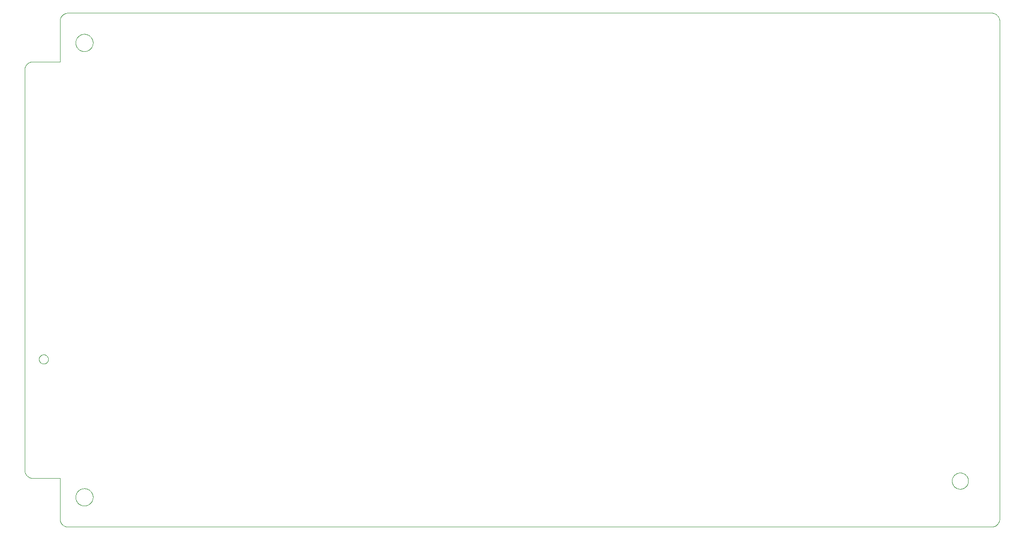
<source format=gko>
G75*
%MOIN*%
%OFA0B0*%
%FSLAX25Y25*%
%IPPOS*%
%LPD*%
%AMOC8*
5,1,8,0,0,1.08239X$1,22.5*
%
%ADD10C,0.00394*%
%ADD11C,0.00000*%
D10*
X0118310Y0075862D02*
X0789570Y0075862D01*
X0789722Y0075864D01*
X0789874Y0075870D01*
X0790026Y0075880D01*
X0790177Y0075893D01*
X0790328Y0075911D01*
X0790479Y0075932D01*
X0790629Y0075958D01*
X0790778Y0075987D01*
X0790927Y0076020D01*
X0791074Y0076057D01*
X0791221Y0076097D01*
X0791366Y0076142D01*
X0791510Y0076190D01*
X0791653Y0076242D01*
X0791795Y0076297D01*
X0791935Y0076356D01*
X0792074Y0076419D01*
X0792211Y0076485D01*
X0792346Y0076555D01*
X0792479Y0076628D01*
X0792610Y0076705D01*
X0792740Y0076785D01*
X0792867Y0076868D01*
X0792992Y0076954D01*
X0793115Y0077044D01*
X0793235Y0077137D01*
X0793353Y0077233D01*
X0793469Y0077332D01*
X0793582Y0077434D01*
X0793692Y0077538D01*
X0793800Y0077646D01*
X0793904Y0077756D01*
X0794006Y0077869D01*
X0794105Y0077985D01*
X0794201Y0078103D01*
X0794294Y0078223D01*
X0794384Y0078346D01*
X0794470Y0078471D01*
X0794553Y0078598D01*
X0794633Y0078728D01*
X0794710Y0078859D01*
X0794783Y0078992D01*
X0794853Y0079127D01*
X0794919Y0079264D01*
X0794982Y0079403D01*
X0795041Y0079543D01*
X0795096Y0079685D01*
X0795148Y0079828D01*
X0795196Y0079972D01*
X0795241Y0080117D01*
X0795281Y0080264D01*
X0795318Y0080411D01*
X0795351Y0080560D01*
X0795380Y0080709D01*
X0795406Y0080859D01*
X0795427Y0081010D01*
X0795445Y0081161D01*
X0795458Y0081312D01*
X0795468Y0081464D01*
X0795474Y0081616D01*
X0795476Y0081768D01*
X0795475Y0081768D02*
X0795475Y0443972D01*
X0795476Y0443972D02*
X0795474Y0444124D01*
X0795468Y0444276D01*
X0795458Y0444428D01*
X0795445Y0444579D01*
X0795427Y0444730D01*
X0795406Y0444881D01*
X0795380Y0445031D01*
X0795351Y0445180D01*
X0795318Y0445329D01*
X0795281Y0445476D01*
X0795241Y0445623D01*
X0795196Y0445768D01*
X0795148Y0445912D01*
X0795096Y0446055D01*
X0795041Y0446197D01*
X0794982Y0446337D01*
X0794919Y0446476D01*
X0794853Y0446613D01*
X0794783Y0446748D01*
X0794710Y0446881D01*
X0794633Y0447012D01*
X0794553Y0447142D01*
X0794470Y0447269D01*
X0794384Y0447394D01*
X0794294Y0447517D01*
X0794201Y0447637D01*
X0794105Y0447755D01*
X0794006Y0447871D01*
X0793904Y0447984D01*
X0793800Y0448094D01*
X0793692Y0448202D01*
X0793582Y0448306D01*
X0793469Y0448408D01*
X0793353Y0448507D01*
X0793235Y0448603D01*
X0793115Y0448696D01*
X0792992Y0448786D01*
X0792867Y0448872D01*
X0792740Y0448955D01*
X0792610Y0449035D01*
X0792479Y0449112D01*
X0792346Y0449185D01*
X0792211Y0449255D01*
X0792074Y0449321D01*
X0791935Y0449384D01*
X0791795Y0449443D01*
X0791653Y0449498D01*
X0791510Y0449550D01*
X0791366Y0449598D01*
X0791221Y0449643D01*
X0791074Y0449683D01*
X0790927Y0449720D01*
X0790778Y0449753D01*
X0790629Y0449782D01*
X0790479Y0449808D01*
X0790328Y0449829D01*
X0790177Y0449847D01*
X0790026Y0449860D01*
X0789874Y0449870D01*
X0789722Y0449876D01*
X0789570Y0449878D01*
X0118310Y0449878D01*
X0118158Y0449876D01*
X0118006Y0449870D01*
X0117854Y0449860D01*
X0117703Y0449847D01*
X0117552Y0449829D01*
X0117401Y0449808D01*
X0117251Y0449782D01*
X0117102Y0449753D01*
X0116953Y0449720D01*
X0116806Y0449683D01*
X0116659Y0449643D01*
X0116514Y0449598D01*
X0116370Y0449550D01*
X0116227Y0449498D01*
X0116085Y0449443D01*
X0115945Y0449384D01*
X0115806Y0449321D01*
X0115669Y0449255D01*
X0115534Y0449185D01*
X0115401Y0449112D01*
X0115270Y0449035D01*
X0115140Y0448955D01*
X0115013Y0448872D01*
X0114888Y0448786D01*
X0114765Y0448696D01*
X0114645Y0448603D01*
X0114527Y0448507D01*
X0114411Y0448408D01*
X0114298Y0448306D01*
X0114188Y0448202D01*
X0114080Y0448094D01*
X0113976Y0447984D01*
X0113874Y0447871D01*
X0113775Y0447755D01*
X0113679Y0447637D01*
X0113586Y0447517D01*
X0113496Y0447394D01*
X0113410Y0447269D01*
X0113327Y0447142D01*
X0113247Y0447012D01*
X0113170Y0446881D01*
X0113097Y0446748D01*
X0113027Y0446613D01*
X0112961Y0446476D01*
X0112898Y0446337D01*
X0112839Y0446197D01*
X0112784Y0446055D01*
X0112732Y0445912D01*
X0112684Y0445768D01*
X0112639Y0445623D01*
X0112599Y0445476D01*
X0112562Y0445329D01*
X0112529Y0445180D01*
X0112500Y0445031D01*
X0112474Y0444881D01*
X0112453Y0444730D01*
X0112435Y0444579D01*
X0112422Y0444428D01*
X0112412Y0444276D01*
X0112406Y0444124D01*
X0112404Y0443972D01*
X0112404Y0414445D01*
X0092719Y0414445D01*
X0092567Y0414443D01*
X0092415Y0414437D01*
X0092263Y0414427D01*
X0092112Y0414414D01*
X0091961Y0414396D01*
X0091810Y0414375D01*
X0091660Y0414349D01*
X0091511Y0414320D01*
X0091362Y0414287D01*
X0091215Y0414250D01*
X0091068Y0414210D01*
X0090923Y0414165D01*
X0090779Y0414117D01*
X0090636Y0414065D01*
X0090494Y0414010D01*
X0090354Y0413951D01*
X0090215Y0413888D01*
X0090078Y0413822D01*
X0089943Y0413752D01*
X0089810Y0413679D01*
X0089679Y0413602D01*
X0089549Y0413522D01*
X0089422Y0413439D01*
X0089297Y0413353D01*
X0089174Y0413263D01*
X0089054Y0413170D01*
X0088936Y0413074D01*
X0088820Y0412975D01*
X0088707Y0412873D01*
X0088597Y0412769D01*
X0088489Y0412661D01*
X0088385Y0412551D01*
X0088283Y0412438D01*
X0088184Y0412322D01*
X0088088Y0412204D01*
X0087995Y0412084D01*
X0087905Y0411961D01*
X0087819Y0411836D01*
X0087736Y0411709D01*
X0087656Y0411579D01*
X0087579Y0411448D01*
X0087506Y0411315D01*
X0087436Y0411180D01*
X0087370Y0411043D01*
X0087307Y0410904D01*
X0087248Y0410764D01*
X0087193Y0410622D01*
X0087141Y0410479D01*
X0087093Y0410335D01*
X0087048Y0410190D01*
X0087008Y0410043D01*
X0086971Y0409896D01*
X0086938Y0409747D01*
X0086909Y0409598D01*
X0086883Y0409448D01*
X0086862Y0409297D01*
X0086844Y0409146D01*
X0086831Y0408995D01*
X0086821Y0408843D01*
X0086815Y0408691D01*
X0086813Y0408539D01*
X0086814Y0408539D02*
X0086814Y0117201D01*
X0086813Y0117201D02*
X0086815Y0117049D01*
X0086821Y0116897D01*
X0086831Y0116745D01*
X0086844Y0116594D01*
X0086862Y0116443D01*
X0086883Y0116292D01*
X0086909Y0116142D01*
X0086938Y0115993D01*
X0086971Y0115844D01*
X0087008Y0115697D01*
X0087048Y0115550D01*
X0087093Y0115405D01*
X0087141Y0115261D01*
X0087193Y0115118D01*
X0087248Y0114976D01*
X0087307Y0114836D01*
X0087370Y0114697D01*
X0087436Y0114560D01*
X0087506Y0114425D01*
X0087579Y0114292D01*
X0087656Y0114161D01*
X0087736Y0114031D01*
X0087819Y0113904D01*
X0087905Y0113779D01*
X0087995Y0113656D01*
X0088088Y0113536D01*
X0088184Y0113418D01*
X0088283Y0113302D01*
X0088385Y0113189D01*
X0088489Y0113079D01*
X0088597Y0112971D01*
X0088707Y0112867D01*
X0088820Y0112765D01*
X0088936Y0112666D01*
X0089054Y0112570D01*
X0089174Y0112477D01*
X0089297Y0112387D01*
X0089422Y0112301D01*
X0089549Y0112218D01*
X0089679Y0112138D01*
X0089810Y0112061D01*
X0089943Y0111988D01*
X0090078Y0111918D01*
X0090215Y0111852D01*
X0090354Y0111789D01*
X0090494Y0111730D01*
X0090636Y0111675D01*
X0090779Y0111623D01*
X0090923Y0111575D01*
X0091068Y0111530D01*
X0091215Y0111490D01*
X0091362Y0111453D01*
X0091511Y0111420D01*
X0091660Y0111391D01*
X0091810Y0111365D01*
X0091961Y0111344D01*
X0092112Y0111326D01*
X0092263Y0111313D01*
X0092415Y0111303D01*
X0092567Y0111297D01*
X0092719Y0111295D01*
X0112404Y0111295D01*
X0112404Y0081768D01*
X0112406Y0081616D01*
X0112412Y0081464D01*
X0112422Y0081312D01*
X0112435Y0081161D01*
X0112453Y0081010D01*
X0112474Y0080859D01*
X0112500Y0080709D01*
X0112529Y0080560D01*
X0112562Y0080411D01*
X0112599Y0080264D01*
X0112639Y0080117D01*
X0112684Y0079972D01*
X0112732Y0079828D01*
X0112784Y0079685D01*
X0112839Y0079543D01*
X0112898Y0079403D01*
X0112961Y0079264D01*
X0113027Y0079127D01*
X0113097Y0078992D01*
X0113170Y0078859D01*
X0113247Y0078728D01*
X0113327Y0078598D01*
X0113410Y0078471D01*
X0113496Y0078346D01*
X0113586Y0078223D01*
X0113679Y0078103D01*
X0113775Y0077985D01*
X0113874Y0077869D01*
X0113976Y0077756D01*
X0114080Y0077646D01*
X0114188Y0077538D01*
X0114298Y0077434D01*
X0114411Y0077332D01*
X0114527Y0077233D01*
X0114645Y0077137D01*
X0114765Y0077044D01*
X0114888Y0076954D01*
X0115013Y0076868D01*
X0115140Y0076785D01*
X0115270Y0076705D01*
X0115401Y0076628D01*
X0115534Y0076555D01*
X0115669Y0076485D01*
X0115806Y0076419D01*
X0115945Y0076356D01*
X0116085Y0076297D01*
X0116227Y0076242D01*
X0116370Y0076190D01*
X0116514Y0076142D01*
X0116659Y0076097D01*
X0116806Y0076057D01*
X0116953Y0076020D01*
X0117102Y0075987D01*
X0117251Y0075958D01*
X0117401Y0075932D01*
X0117552Y0075911D01*
X0117703Y0075893D01*
X0117854Y0075880D01*
X0118006Y0075870D01*
X0118158Y0075864D01*
X0118310Y0075862D01*
D11*
X0123822Y0097516D02*
X0123824Y0097674D01*
X0123830Y0097832D01*
X0123840Y0097990D01*
X0123854Y0098148D01*
X0123872Y0098305D01*
X0123893Y0098462D01*
X0123919Y0098618D01*
X0123949Y0098774D01*
X0123982Y0098929D01*
X0124020Y0099082D01*
X0124061Y0099235D01*
X0124106Y0099387D01*
X0124155Y0099538D01*
X0124208Y0099687D01*
X0124264Y0099835D01*
X0124324Y0099981D01*
X0124388Y0100126D01*
X0124456Y0100269D01*
X0124527Y0100411D01*
X0124601Y0100551D01*
X0124679Y0100688D01*
X0124761Y0100824D01*
X0124845Y0100958D01*
X0124934Y0101089D01*
X0125025Y0101218D01*
X0125120Y0101345D01*
X0125217Y0101470D01*
X0125318Y0101592D01*
X0125422Y0101711D01*
X0125529Y0101828D01*
X0125639Y0101942D01*
X0125752Y0102053D01*
X0125867Y0102162D01*
X0125985Y0102267D01*
X0126106Y0102369D01*
X0126229Y0102469D01*
X0126355Y0102565D01*
X0126483Y0102658D01*
X0126613Y0102748D01*
X0126746Y0102834D01*
X0126881Y0102918D01*
X0127017Y0102997D01*
X0127156Y0103074D01*
X0127297Y0103146D01*
X0127439Y0103216D01*
X0127583Y0103281D01*
X0127729Y0103343D01*
X0127876Y0103401D01*
X0128025Y0103456D01*
X0128175Y0103507D01*
X0128326Y0103554D01*
X0128478Y0103597D01*
X0128631Y0103636D01*
X0128786Y0103672D01*
X0128941Y0103703D01*
X0129097Y0103731D01*
X0129253Y0103755D01*
X0129410Y0103775D01*
X0129568Y0103791D01*
X0129725Y0103803D01*
X0129884Y0103811D01*
X0130042Y0103815D01*
X0130200Y0103815D01*
X0130358Y0103811D01*
X0130517Y0103803D01*
X0130674Y0103791D01*
X0130832Y0103775D01*
X0130989Y0103755D01*
X0131145Y0103731D01*
X0131301Y0103703D01*
X0131456Y0103672D01*
X0131611Y0103636D01*
X0131764Y0103597D01*
X0131916Y0103554D01*
X0132067Y0103507D01*
X0132217Y0103456D01*
X0132366Y0103401D01*
X0132513Y0103343D01*
X0132659Y0103281D01*
X0132803Y0103216D01*
X0132945Y0103146D01*
X0133086Y0103074D01*
X0133225Y0102997D01*
X0133361Y0102918D01*
X0133496Y0102834D01*
X0133629Y0102748D01*
X0133759Y0102658D01*
X0133887Y0102565D01*
X0134013Y0102469D01*
X0134136Y0102369D01*
X0134257Y0102267D01*
X0134375Y0102162D01*
X0134490Y0102053D01*
X0134603Y0101942D01*
X0134713Y0101828D01*
X0134820Y0101711D01*
X0134924Y0101592D01*
X0135025Y0101470D01*
X0135122Y0101345D01*
X0135217Y0101218D01*
X0135308Y0101089D01*
X0135397Y0100958D01*
X0135481Y0100824D01*
X0135563Y0100688D01*
X0135641Y0100551D01*
X0135715Y0100411D01*
X0135786Y0100269D01*
X0135854Y0100126D01*
X0135918Y0099981D01*
X0135978Y0099835D01*
X0136034Y0099687D01*
X0136087Y0099538D01*
X0136136Y0099387D01*
X0136181Y0099235D01*
X0136222Y0099082D01*
X0136260Y0098929D01*
X0136293Y0098774D01*
X0136323Y0098618D01*
X0136349Y0098462D01*
X0136370Y0098305D01*
X0136388Y0098148D01*
X0136402Y0097990D01*
X0136412Y0097832D01*
X0136418Y0097674D01*
X0136420Y0097516D01*
X0136418Y0097358D01*
X0136412Y0097200D01*
X0136402Y0097042D01*
X0136388Y0096884D01*
X0136370Y0096727D01*
X0136349Y0096570D01*
X0136323Y0096414D01*
X0136293Y0096258D01*
X0136260Y0096103D01*
X0136222Y0095950D01*
X0136181Y0095797D01*
X0136136Y0095645D01*
X0136087Y0095494D01*
X0136034Y0095345D01*
X0135978Y0095197D01*
X0135918Y0095051D01*
X0135854Y0094906D01*
X0135786Y0094763D01*
X0135715Y0094621D01*
X0135641Y0094481D01*
X0135563Y0094344D01*
X0135481Y0094208D01*
X0135397Y0094074D01*
X0135308Y0093943D01*
X0135217Y0093814D01*
X0135122Y0093687D01*
X0135025Y0093562D01*
X0134924Y0093440D01*
X0134820Y0093321D01*
X0134713Y0093204D01*
X0134603Y0093090D01*
X0134490Y0092979D01*
X0134375Y0092870D01*
X0134257Y0092765D01*
X0134136Y0092663D01*
X0134013Y0092563D01*
X0133887Y0092467D01*
X0133759Y0092374D01*
X0133629Y0092284D01*
X0133496Y0092198D01*
X0133361Y0092114D01*
X0133225Y0092035D01*
X0133086Y0091958D01*
X0132945Y0091886D01*
X0132803Y0091816D01*
X0132659Y0091751D01*
X0132513Y0091689D01*
X0132366Y0091631D01*
X0132217Y0091576D01*
X0132067Y0091525D01*
X0131916Y0091478D01*
X0131764Y0091435D01*
X0131611Y0091396D01*
X0131456Y0091360D01*
X0131301Y0091329D01*
X0131145Y0091301D01*
X0130989Y0091277D01*
X0130832Y0091257D01*
X0130674Y0091241D01*
X0130517Y0091229D01*
X0130358Y0091221D01*
X0130200Y0091217D01*
X0130042Y0091217D01*
X0129884Y0091221D01*
X0129725Y0091229D01*
X0129568Y0091241D01*
X0129410Y0091257D01*
X0129253Y0091277D01*
X0129097Y0091301D01*
X0128941Y0091329D01*
X0128786Y0091360D01*
X0128631Y0091396D01*
X0128478Y0091435D01*
X0128326Y0091478D01*
X0128175Y0091525D01*
X0128025Y0091576D01*
X0127876Y0091631D01*
X0127729Y0091689D01*
X0127583Y0091751D01*
X0127439Y0091816D01*
X0127297Y0091886D01*
X0127156Y0091958D01*
X0127017Y0092035D01*
X0126881Y0092114D01*
X0126746Y0092198D01*
X0126613Y0092284D01*
X0126483Y0092374D01*
X0126355Y0092467D01*
X0126229Y0092563D01*
X0126106Y0092663D01*
X0125985Y0092765D01*
X0125867Y0092870D01*
X0125752Y0092979D01*
X0125639Y0093090D01*
X0125529Y0093204D01*
X0125422Y0093321D01*
X0125318Y0093440D01*
X0125217Y0093562D01*
X0125120Y0093687D01*
X0125025Y0093814D01*
X0124934Y0093943D01*
X0124845Y0094074D01*
X0124761Y0094208D01*
X0124679Y0094344D01*
X0124601Y0094481D01*
X0124527Y0094621D01*
X0124456Y0094763D01*
X0124388Y0094906D01*
X0124324Y0095051D01*
X0124264Y0095197D01*
X0124208Y0095345D01*
X0124155Y0095494D01*
X0124106Y0095645D01*
X0124061Y0095797D01*
X0124020Y0095950D01*
X0123982Y0096103D01*
X0123949Y0096258D01*
X0123919Y0096414D01*
X0123893Y0096570D01*
X0123872Y0096727D01*
X0123854Y0096884D01*
X0123840Y0097042D01*
X0123830Y0097200D01*
X0123824Y0097358D01*
X0123822Y0097516D01*
X0097247Y0197909D02*
X0097249Y0198024D01*
X0097255Y0198140D01*
X0097265Y0198255D01*
X0097279Y0198370D01*
X0097297Y0198484D01*
X0097319Y0198597D01*
X0097344Y0198710D01*
X0097374Y0198821D01*
X0097407Y0198932D01*
X0097444Y0199041D01*
X0097485Y0199149D01*
X0097530Y0199256D01*
X0097578Y0199361D01*
X0097630Y0199464D01*
X0097686Y0199565D01*
X0097745Y0199665D01*
X0097807Y0199762D01*
X0097873Y0199857D01*
X0097941Y0199950D01*
X0098013Y0200040D01*
X0098088Y0200128D01*
X0098167Y0200213D01*
X0098248Y0200295D01*
X0098331Y0200375D01*
X0098418Y0200451D01*
X0098507Y0200525D01*
X0098598Y0200595D01*
X0098692Y0200663D01*
X0098788Y0200727D01*
X0098887Y0200787D01*
X0098987Y0200844D01*
X0099089Y0200898D01*
X0099193Y0200948D01*
X0099299Y0200995D01*
X0099406Y0201038D01*
X0099515Y0201077D01*
X0099625Y0201112D01*
X0099736Y0201143D01*
X0099848Y0201171D01*
X0099961Y0201195D01*
X0100075Y0201215D01*
X0100190Y0201231D01*
X0100305Y0201243D01*
X0100420Y0201251D01*
X0100535Y0201255D01*
X0100651Y0201255D01*
X0100766Y0201251D01*
X0100881Y0201243D01*
X0100996Y0201231D01*
X0101111Y0201215D01*
X0101225Y0201195D01*
X0101338Y0201171D01*
X0101450Y0201143D01*
X0101561Y0201112D01*
X0101671Y0201077D01*
X0101780Y0201038D01*
X0101887Y0200995D01*
X0101993Y0200948D01*
X0102097Y0200898D01*
X0102199Y0200844D01*
X0102299Y0200787D01*
X0102398Y0200727D01*
X0102494Y0200663D01*
X0102588Y0200595D01*
X0102679Y0200525D01*
X0102768Y0200451D01*
X0102855Y0200375D01*
X0102938Y0200295D01*
X0103019Y0200213D01*
X0103098Y0200128D01*
X0103173Y0200040D01*
X0103245Y0199950D01*
X0103313Y0199857D01*
X0103379Y0199762D01*
X0103441Y0199665D01*
X0103500Y0199565D01*
X0103556Y0199464D01*
X0103608Y0199361D01*
X0103656Y0199256D01*
X0103701Y0199149D01*
X0103742Y0199041D01*
X0103779Y0198932D01*
X0103812Y0198821D01*
X0103842Y0198710D01*
X0103867Y0198597D01*
X0103889Y0198484D01*
X0103907Y0198370D01*
X0103921Y0198255D01*
X0103931Y0198140D01*
X0103937Y0198024D01*
X0103939Y0197909D01*
X0103937Y0197794D01*
X0103931Y0197678D01*
X0103921Y0197563D01*
X0103907Y0197448D01*
X0103889Y0197334D01*
X0103867Y0197221D01*
X0103842Y0197108D01*
X0103812Y0196997D01*
X0103779Y0196886D01*
X0103742Y0196777D01*
X0103701Y0196669D01*
X0103656Y0196562D01*
X0103608Y0196457D01*
X0103556Y0196354D01*
X0103500Y0196253D01*
X0103441Y0196153D01*
X0103379Y0196056D01*
X0103313Y0195961D01*
X0103245Y0195868D01*
X0103173Y0195778D01*
X0103098Y0195690D01*
X0103019Y0195605D01*
X0102938Y0195523D01*
X0102855Y0195443D01*
X0102768Y0195367D01*
X0102679Y0195293D01*
X0102588Y0195223D01*
X0102494Y0195155D01*
X0102398Y0195091D01*
X0102299Y0195031D01*
X0102199Y0194974D01*
X0102097Y0194920D01*
X0101993Y0194870D01*
X0101887Y0194823D01*
X0101780Y0194780D01*
X0101671Y0194741D01*
X0101561Y0194706D01*
X0101450Y0194675D01*
X0101338Y0194647D01*
X0101225Y0194623D01*
X0101111Y0194603D01*
X0100996Y0194587D01*
X0100881Y0194575D01*
X0100766Y0194567D01*
X0100651Y0194563D01*
X0100535Y0194563D01*
X0100420Y0194567D01*
X0100305Y0194575D01*
X0100190Y0194587D01*
X0100075Y0194603D01*
X0099961Y0194623D01*
X0099848Y0194647D01*
X0099736Y0194675D01*
X0099625Y0194706D01*
X0099515Y0194741D01*
X0099406Y0194780D01*
X0099299Y0194823D01*
X0099193Y0194870D01*
X0099089Y0194920D01*
X0098987Y0194974D01*
X0098887Y0195031D01*
X0098788Y0195091D01*
X0098692Y0195155D01*
X0098598Y0195223D01*
X0098507Y0195293D01*
X0098418Y0195367D01*
X0098331Y0195443D01*
X0098248Y0195523D01*
X0098167Y0195605D01*
X0098088Y0195690D01*
X0098013Y0195778D01*
X0097941Y0195868D01*
X0097873Y0195961D01*
X0097807Y0196056D01*
X0097745Y0196153D01*
X0097686Y0196253D01*
X0097630Y0196354D01*
X0097578Y0196457D01*
X0097530Y0196562D01*
X0097485Y0196669D01*
X0097444Y0196777D01*
X0097407Y0196886D01*
X0097374Y0196997D01*
X0097344Y0197108D01*
X0097319Y0197221D01*
X0097297Y0197334D01*
X0097279Y0197448D01*
X0097265Y0197563D01*
X0097255Y0197678D01*
X0097249Y0197794D01*
X0097247Y0197909D01*
X0123822Y0428224D02*
X0123824Y0428382D01*
X0123830Y0428540D01*
X0123840Y0428698D01*
X0123854Y0428856D01*
X0123872Y0429013D01*
X0123893Y0429170D01*
X0123919Y0429326D01*
X0123949Y0429482D01*
X0123982Y0429637D01*
X0124020Y0429790D01*
X0124061Y0429943D01*
X0124106Y0430095D01*
X0124155Y0430246D01*
X0124208Y0430395D01*
X0124264Y0430543D01*
X0124324Y0430689D01*
X0124388Y0430834D01*
X0124456Y0430977D01*
X0124527Y0431119D01*
X0124601Y0431259D01*
X0124679Y0431396D01*
X0124761Y0431532D01*
X0124845Y0431666D01*
X0124934Y0431797D01*
X0125025Y0431926D01*
X0125120Y0432053D01*
X0125217Y0432178D01*
X0125318Y0432300D01*
X0125422Y0432419D01*
X0125529Y0432536D01*
X0125639Y0432650D01*
X0125752Y0432761D01*
X0125867Y0432870D01*
X0125985Y0432975D01*
X0126106Y0433077D01*
X0126229Y0433177D01*
X0126355Y0433273D01*
X0126483Y0433366D01*
X0126613Y0433456D01*
X0126746Y0433542D01*
X0126881Y0433626D01*
X0127017Y0433705D01*
X0127156Y0433782D01*
X0127297Y0433854D01*
X0127439Y0433924D01*
X0127583Y0433989D01*
X0127729Y0434051D01*
X0127876Y0434109D01*
X0128025Y0434164D01*
X0128175Y0434215D01*
X0128326Y0434262D01*
X0128478Y0434305D01*
X0128631Y0434344D01*
X0128786Y0434380D01*
X0128941Y0434411D01*
X0129097Y0434439D01*
X0129253Y0434463D01*
X0129410Y0434483D01*
X0129568Y0434499D01*
X0129725Y0434511D01*
X0129884Y0434519D01*
X0130042Y0434523D01*
X0130200Y0434523D01*
X0130358Y0434519D01*
X0130517Y0434511D01*
X0130674Y0434499D01*
X0130832Y0434483D01*
X0130989Y0434463D01*
X0131145Y0434439D01*
X0131301Y0434411D01*
X0131456Y0434380D01*
X0131611Y0434344D01*
X0131764Y0434305D01*
X0131916Y0434262D01*
X0132067Y0434215D01*
X0132217Y0434164D01*
X0132366Y0434109D01*
X0132513Y0434051D01*
X0132659Y0433989D01*
X0132803Y0433924D01*
X0132945Y0433854D01*
X0133086Y0433782D01*
X0133225Y0433705D01*
X0133361Y0433626D01*
X0133496Y0433542D01*
X0133629Y0433456D01*
X0133759Y0433366D01*
X0133887Y0433273D01*
X0134013Y0433177D01*
X0134136Y0433077D01*
X0134257Y0432975D01*
X0134375Y0432870D01*
X0134490Y0432761D01*
X0134603Y0432650D01*
X0134713Y0432536D01*
X0134820Y0432419D01*
X0134924Y0432300D01*
X0135025Y0432178D01*
X0135122Y0432053D01*
X0135217Y0431926D01*
X0135308Y0431797D01*
X0135397Y0431666D01*
X0135481Y0431532D01*
X0135563Y0431396D01*
X0135641Y0431259D01*
X0135715Y0431119D01*
X0135786Y0430977D01*
X0135854Y0430834D01*
X0135918Y0430689D01*
X0135978Y0430543D01*
X0136034Y0430395D01*
X0136087Y0430246D01*
X0136136Y0430095D01*
X0136181Y0429943D01*
X0136222Y0429790D01*
X0136260Y0429637D01*
X0136293Y0429482D01*
X0136323Y0429326D01*
X0136349Y0429170D01*
X0136370Y0429013D01*
X0136388Y0428856D01*
X0136402Y0428698D01*
X0136412Y0428540D01*
X0136418Y0428382D01*
X0136420Y0428224D01*
X0136418Y0428066D01*
X0136412Y0427908D01*
X0136402Y0427750D01*
X0136388Y0427592D01*
X0136370Y0427435D01*
X0136349Y0427278D01*
X0136323Y0427122D01*
X0136293Y0426966D01*
X0136260Y0426811D01*
X0136222Y0426658D01*
X0136181Y0426505D01*
X0136136Y0426353D01*
X0136087Y0426202D01*
X0136034Y0426053D01*
X0135978Y0425905D01*
X0135918Y0425759D01*
X0135854Y0425614D01*
X0135786Y0425471D01*
X0135715Y0425329D01*
X0135641Y0425189D01*
X0135563Y0425052D01*
X0135481Y0424916D01*
X0135397Y0424782D01*
X0135308Y0424651D01*
X0135217Y0424522D01*
X0135122Y0424395D01*
X0135025Y0424270D01*
X0134924Y0424148D01*
X0134820Y0424029D01*
X0134713Y0423912D01*
X0134603Y0423798D01*
X0134490Y0423687D01*
X0134375Y0423578D01*
X0134257Y0423473D01*
X0134136Y0423371D01*
X0134013Y0423271D01*
X0133887Y0423175D01*
X0133759Y0423082D01*
X0133629Y0422992D01*
X0133496Y0422906D01*
X0133361Y0422822D01*
X0133225Y0422743D01*
X0133086Y0422666D01*
X0132945Y0422594D01*
X0132803Y0422524D01*
X0132659Y0422459D01*
X0132513Y0422397D01*
X0132366Y0422339D01*
X0132217Y0422284D01*
X0132067Y0422233D01*
X0131916Y0422186D01*
X0131764Y0422143D01*
X0131611Y0422104D01*
X0131456Y0422068D01*
X0131301Y0422037D01*
X0131145Y0422009D01*
X0130989Y0421985D01*
X0130832Y0421965D01*
X0130674Y0421949D01*
X0130517Y0421937D01*
X0130358Y0421929D01*
X0130200Y0421925D01*
X0130042Y0421925D01*
X0129884Y0421929D01*
X0129725Y0421937D01*
X0129568Y0421949D01*
X0129410Y0421965D01*
X0129253Y0421985D01*
X0129097Y0422009D01*
X0128941Y0422037D01*
X0128786Y0422068D01*
X0128631Y0422104D01*
X0128478Y0422143D01*
X0128326Y0422186D01*
X0128175Y0422233D01*
X0128025Y0422284D01*
X0127876Y0422339D01*
X0127729Y0422397D01*
X0127583Y0422459D01*
X0127439Y0422524D01*
X0127297Y0422594D01*
X0127156Y0422666D01*
X0127017Y0422743D01*
X0126881Y0422822D01*
X0126746Y0422906D01*
X0126613Y0422992D01*
X0126483Y0423082D01*
X0126355Y0423175D01*
X0126229Y0423271D01*
X0126106Y0423371D01*
X0125985Y0423473D01*
X0125867Y0423578D01*
X0125752Y0423687D01*
X0125639Y0423798D01*
X0125529Y0423912D01*
X0125422Y0424029D01*
X0125318Y0424148D01*
X0125217Y0424270D01*
X0125120Y0424395D01*
X0125025Y0424522D01*
X0124934Y0424651D01*
X0124845Y0424782D01*
X0124761Y0424916D01*
X0124679Y0425052D01*
X0124601Y0425189D01*
X0124527Y0425329D01*
X0124456Y0425471D01*
X0124388Y0425614D01*
X0124324Y0425759D01*
X0124264Y0425905D01*
X0124208Y0426053D01*
X0124155Y0426202D01*
X0124106Y0426353D01*
X0124061Y0426505D01*
X0124020Y0426658D01*
X0123982Y0426811D01*
X0123949Y0426966D01*
X0123919Y0427122D01*
X0123893Y0427278D01*
X0123872Y0427435D01*
X0123854Y0427592D01*
X0123840Y0427750D01*
X0123830Y0427908D01*
X0123824Y0428066D01*
X0123822Y0428224D01*
X0760876Y0109327D02*
X0760878Y0109480D01*
X0760884Y0109634D01*
X0760894Y0109787D01*
X0760908Y0109939D01*
X0760926Y0110092D01*
X0760948Y0110243D01*
X0760973Y0110394D01*
X0761003Y0110545D01*
X0761037Y0110695D01*
X0761074Y0110843D01*
X0761115Y0110991D01*
X0761160Y0111137D01*
X0761209Y0111283D01*
X0761262Y0111427D01*
X0761318Y0111569D01*
X0761378Y0111710D01*
X0761442Y0111850D01*
X0761509Y0111988D01*
X0761580Y0112124D01*
X0761655Y0112258D01*
X0761732Y0112390D01*
X0761814Y0112520D01*
X0761898Y0112648D01*
X0761986Y0112774D01*
X0762077Y0112897D01*
X0762171Y0113018D01*
X0762269Y0113136D01*
X0762369Y0113252D01*
X0762473Y0113365D01*
X0762579Y0113476D01*
X0762688Y0113584D01*
X0762800Y0113689D01*
X0762914Y0113790D01*
X0763032Y0113889D01*
X0763151Y0113985D01*
X0763273Y0114078D01*
X0763398Y0114167D01*
X0763525Y0114254D01*
X0763654Y0114336D01*
X0763785Y0114416D01*
X0763918Y0114492D01*
X0764053Y0114565D01*
X0764190Y0114634D01*
X0764329Y0114699D01*
X0764469Y0114761D01*
X0764611Y0114819D01*
X0764754Y0114874D01*
X0764899Y0114925D01*
X0765045Y0114972D01*
X0765192Y0115015D01*
X0765340Y0115054D01*
X0765489Y0115090D01*
X0765639Y0115121D01*
X0765790Y0115149D01*
X0765941Y0115173D01*
X0766094Y0115193D01*
X0766246Y0115209D01*
X0766399Y0115221D01*
X0766552Y0115229D01*
X0766705Y0115233D01*
X0766859Y0115233D01*
X0767012Y0115229D01*
X0767165Y0115221D01*
X0767318Y0115209D01*
X0767470Y0115193D01*
X0767623Y0115173D01*
X0767774Y0115149D01*
X0767925Y0115121D01*
X0768075Y0115090D01*
X0768224Y0115054D01*
X0768372Y0115015D01*
X0768519Y0114972D01*
X0768665Y0114925D01*
X0768810Y0114874D01*
X0768953Y0114819D01*
X0769095Y0114761D01*
X0769235Y0114699D01*
X0769374Y0114634D01*
X0769511Y0114565D01*
X0769646Y0114492D01*
X0769779Y0114416D01*
X0769910Y0114336D01*
X0770039Y0114254D01*
X0770166Y0114167D01*
X0770291Y0114078D01*
X0770413Y0113985D01*
X0770532Y0113889D01*
X0770650Y0113790D01*
X0770764Y0113689D01*
X0770876Y0113584D01*
X0770985Y0113476D01*
X0771091Y0113365D01*
X0771195Y0113252D01*
X0771295Y0113136D01*
X0771393Y0113018D01*
X0771487Y0112897D01*
X0771578Y0112774D01*
X0771666Y0112648D01*
X0771750Y0112520D01*
X0771832Y0112390D01*
X0771909Y0112258D01*
X0771984Y0112124D01*
X0772055Y0111988D01*
X0772122Y0111850D01*
X0772186Y0111710D01*
X0772246Y0111569D01*
X0772302Y0111427D01*
X0772355Y0111283D01*
X0772404Y0111137D01*
X0772449Y0110991D01*
X0772490Y0110843D01*
X0772527Y0110695D01*
X0772561Y0110545D01*
X0772591Y0110394D01*
X0772616Y0110243D01*
X0772638Y0110092D01*
X0772656Y0109939D01*
X0772670Y0109787D01*
X0772680Y0109634D01*
X0772686Y0109480D01*
X0772688Y0109327D01*
X0772686Y0109174D01*
X0772680Y0109020D01*
X0772670Y0108867D01*
X0772656Y0108715D01*
X0772638Y0108562D01*
X0772616Y0108411D01*
X0772591Y0108260D01*
X0772561Y0108109D01*
X0772527Y0107959D01*
X0772490Y0107811D01*
X0772449Y0107663D01*
X0772404Y0107517D01*
X0772355Y0107371D01*
X0772302Y0107227D01*
X0772246Y0107085D01*
X0772186Y0106944D01*
X0772122Y0106804D01*
X0772055Y0106666D01*
X0771984Y0106530D01*
X0771909Y0106396D01*
X0771832Y0106264D01*
X0771750Y0106134D01*
X0771666Y0106006D01*
X0771578Y0105880D01*
X0771487Y0105757D01*
X0771393Y0105636D01*
X0771295Y0105518D01*
X0771195Y0105402D01*
X0771091Y0105289D01*
X0770985Y0105178D01*
X0770876Y0105070D01*
X0770764Y0104965D01*
X0770650Y0104864D01*
X0770532Y0104765D01*
X0770413Y0104669D01*
X0770291Y0104576D01*
X0770166Y0104487D01*
X0770039Y0104400D01*
X0769910Y0104318D01*
X0769779Y0104238D01*
X0769646Y0104162D01*
X0769511Y0104089D01*
X0769374Y0104020D01*
X0769235Y0103955D01*
X0769095Y0103893D01*
X0768953Y0103835D01*
X0768810Y0103780D01*
X0768665Y0103729D01*
X0768519Y0103682D01*
X0768372Y0103639D01*
X0768224Y0103600D01*
X0768075Y0103564D01*
X0767925Y0103533D01*
X0767774Y0103505D01*
X0767623Y0103481D01*
X0767470Y0103461D01*
X0767318Y0103445D01*
X0767165Y0103433D01*
X0767012Y0103425D01*
X0766859Y0103421D01*
X0766705Y0103421D01*
X0766552Y0103425D01*
X0766399Y0103433D01*
X0766246Y0103445D01*
X0766094Y0103461D01*
X0765941Y0103481D01*
X0765790Y0103505D01*
X0765639Y0103533D01*
X0765489Y0103564D01*
X0765340Y0103600D01*
X0765192Y0103639D01*
X0765045Y0103682D01*
X0764899Y0103729D01*
X0764754Y0103780D01*
X0764611Y0103835D01*
X0764469Y0103893D01*
X0764329Y0103955D01*
X0764190Y0104020D01*
X0764053Y0104089D01*
X0763918Y0104162D01*
X0763785Y0104238D01*
X0763654Y0104318D01*
X0763525Y0104400D01*
X0763398Y0104487D01*
X0763273Y0104576D01*
X0763151Y0104669D01*
X0763032Y0104765D01*
X0762914Y0104864D01*
X0762800Y0104965D01*
X0762688Y0105070D01*
X0762579Y0105178D01*
X0762473Y0105289D01*
X0762369Y0105402D01*
X0762269Y0105518D01*
X0762171Y0105636D01*
X0762077Y0105757D01*
X0761986Y0105880D01*
X0761898Y0106006D01*
X0761814Y0106134D01*
X0761732Y0106264D01*
X0761655Y0106396D01*
X0761580Y0106530D01*
X0761509Y0106666D01*
X0761442Y0106804D01*
X0761378Y0106944D01*
X0761318Y0107085D01*
X0761262Y0107227D01*
X0761209Y0107371D01*
X0761160Y0107517D01*
X0761115Y0107663D01*
X0761074Y0107811D01*
X0761037Y0107959D01*
X0761003Y0108109D01*
X0760973Y0108260D01*
X0760948Y0108411D01*
X0760926Y0108562D01*
X0760908Y0108715D01*
X0760894Y0108867D01*
X0760884Y0109020D01*
X0760878Y0109174D01*
X0760876Y0109327D01*
M02*

</source>
